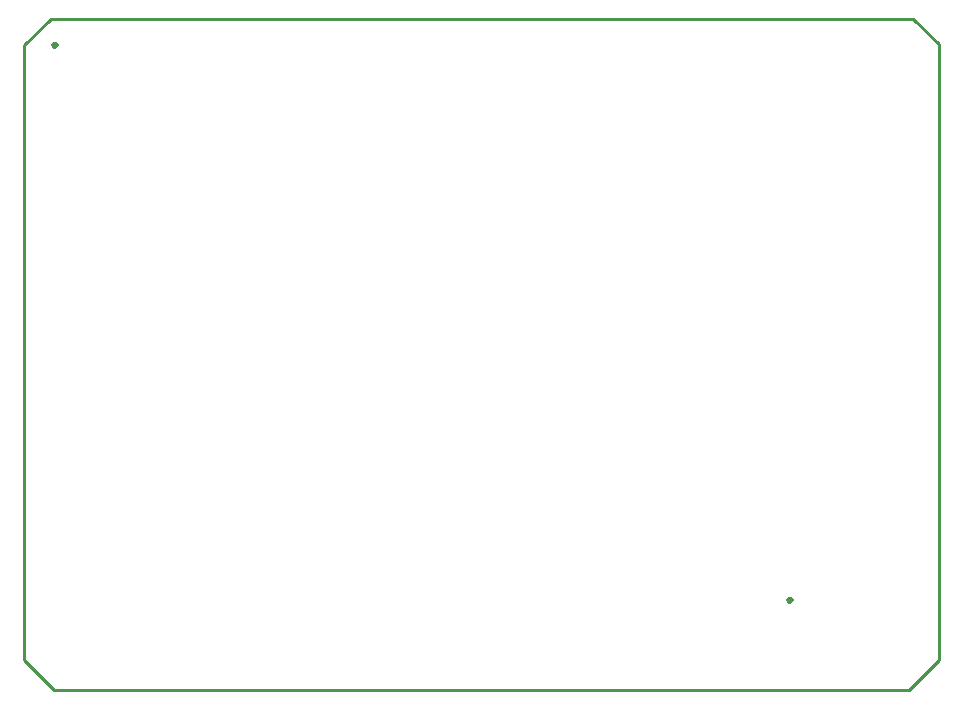
<source format=gbr>
G04 EAGLE Gerber RS-274X export*
G75*
%MOMM*%
%FSLAX34Y34*%
%LPD*%
%IN*%
%IPPOS*%
%AMOC8*
5,1,8,0,0,1.08239X$1,22.5*%
G01*
%ADD10C,0.254000*%


D10*
X0Y25400D02*
X25400Y0D01*
X749300Y0D01*
X774500Y25200D01*
X774500Y546300D01*
X752600Y568200D01*
X22100Y568200D01*
X0Y546100D01*
X0Y25400D01*
X27150Y545928D02*
X27083Y545590D01*
X26951Y545271D01*
X26759Y544984D01*
X26516Y544741D01*
X26229Y544549D01*
X25910Y544417D01*
X25572Y544350D01*
X25228Y544350D01*
X24890Y544417D01*
X24571Y544549D01*
X24284Y544741D01*
X24041Y544984D01*
X23849Y545271D01*
X23717Y545590D01*
X23650Y545928D01*
X23650Y546272D01*
X23717Y546610D01*
X23849Y546929D01*
X24041Y547216D01*
X24284Y547459D01*
X24571Y547651D01*
X24890Y547783D01*
X25228Y547850D01*
X25572Y547850D01*
X25910Y547783D01*
X26229Y547651D01*
X26516Y547459D01*
X26759Y547216D01*
X26951Y546929D01*
X27083Y546610D01*
X27150Y546272D01*
X27150Y545928D01*
X649450Y76028D02*
X649383Y75690D01*
X649251Y75371D01*
X649059Y75084D01*
X648816Y74841D01*
X648529Y74649D01*
X648210Y74517D01*
X647872Y74450D01*
X647528Y74450D01*
X647190Y74517D01*
X646871Y74649D01*
X646584Y74841D01*
X646341Y75084D01*
X646149Y75371D01*
X646017Y75690D01*
X645950Y76028D01*
X645950Y76372D01*
X646017Y76710D01*
X646149Y77029D01*
X646341Y77316D01*
X646584Y77559D01*
X646871Y77751D01*
X647190Y77883D01*
X647528Y77950D01*
X647872Y77950D01*
X648210Y77883D01*
X648529Y77751D01*
X648816Y77559D01*
X649059Y77316D01*
X649251Y77029D01*
X649383Y76710D01*
X649450Y76372D01*
X649450Y76028D01*
M02*

</source>
